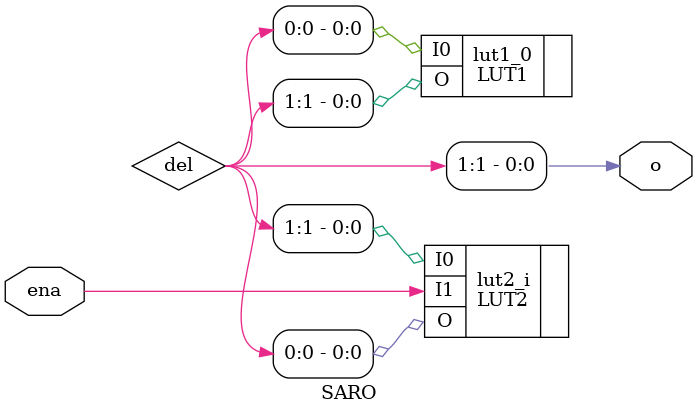
<source format=v>
`timescale 1ns / 1ps


module SARO(
    input ena,
    output o
    );
    
    wire[1:0] del;
    
//    assign del[0] = del[1] & ena;
    
//    assign del[1] = ~ del[0];

    LUT2 #(.INIT(4'b1000))
    lut2_i
    (   
        .O(del[0]),
        .I0(del[1]),
        .I1(ena)
    );
    
    LUT1 #(.INIT(2'b01))
    lut1_0
    (
        .O(del[1]),
        .I0(del[0])
    );
//    LUT1 #(.INIT(2'b01))
//    lut1_1
//    (
//        .O(del[2]),
//        .I0(del[1])
//    );
//    LUT1 #(.INIT(2'b01))
//    lut1_2
//    (
//        .O(del[3]),
//        .I0(del[2])
//    );
    
    assign o = del[1];  
    
endmodule

</source>
